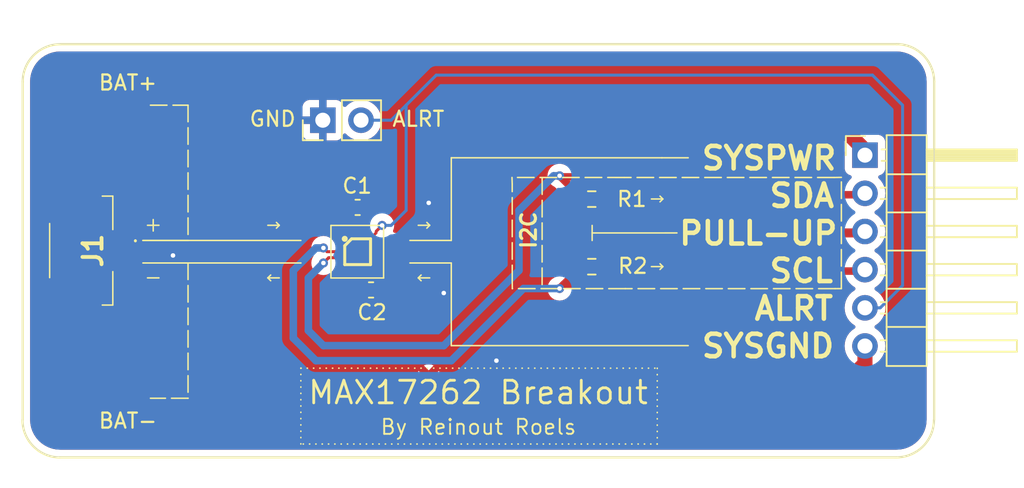
<source format=kicad_pcb>
(kicad_pcb (version 20240108) (generator "pcbnew") (generator_version "8.0")
  (layers (0 "F.Cu" signal) (31 "B.Cu" signal) (34 "B.Paste" user) (35 "F.Paste" user) (36 "B.SilkS" user "B.Silkscreen") (37 "F.SilkS" user "F.Silkscreen") (38 "B.Mask" user) (39 "F.Mask" user) (44 "Edge.Cuts" user))
  (net 0 "")
  (net 1 "SDA")
  (net 2 "SCL")
  (net 3 "GND")
  (net 4 "Net-(IC1-BATT)")
  (net 5 "Net-(IC1-REG)")
  (net 6 "Net-(IC1-SYS)")
  (net 7 "ALRT")
  (net 8 "unconnected-(IC1-NC-PadA3)")
  (net 9 "Net-(J5-3.3v)")
  (net 10 "Net-(J1-BAT-)")
  (footprint "BGA9C40P3X3_153X153X69:BGA9C40P3X3_153X153X69" (layer "F.Cu") (at 82.275 90.75)
    (property "Reference" "IC1" (hide yes))
    (property "Value" "MAX17262HEWL+T" (hide yes))
    (fp_line (start -0.858 -0.4) (end -0.4 -0.858) (stroke (width 0.2)) (layer "F.SilkS"))
    (fp_line (start -0.858 0.858) (end -0.858 -0.4) (stroke (width 0.2)) (layer "F.SilkS"))
    (fp_line (start -0.4 -0.858) (end 0.858 -0.858) (stroke (width 0.2)) (layer "F.SilkS"))
    (fp_line (start 0.858 -0.858) (end 0.858 0.858) (stroke (width 0.2)) (layer "F.SilkS"))
    (fp_line (start 0.858 0.858) (end -0.858 0.858) (stroke (width 0.2)) (layer "F.SilkS"))
    (fp_circle (center -0.858 -0.858) (end -0.858 -0.758) (stroke (width 0.2)) (fill none) (layer "F.SilkS"))
    (pad "A1" smd circle (at -0.4 -0.4 90) (size 0.216 0.216) (layers "F.Cu" "F.Paste" "F.Mask") (net 4 "Net-(IC1-BATT)") (clearance 0.01))
    (pad "A2" smd circle (at 0 -0.4 90) (size 0.216 0.216) (layers "F.Cu" "F.Paste" "F.Mask") (net 4 "Net-(IC1-BATT)") (clearance 0.01))
    (pad "A3" smd circle (at 0.4 -0.4 90) (size 0.216 0.216) (layers "F.Cu" "F.Paste" "F.Mask") (net 8 "unconnected-(IC1-NC-PadA3)") (clearance 0.01))
    (pad "B1" smd circle (at -0.4 0 90) (size 0.216 0.216) (layers "F.Cu" "F.Paste" "F.Mask") (net 2 "SCL") (clearance 0.01))
    (pad "B2" smd circle (at 0 0 90) (size 0.216 0.216) (layers "F.Cu" "F.Paste" "F.Mask") (net 8 "unconnected-(IC1-NC-PadA3)") (clearance 0.01))
    (pad "B3" smd circle (at 0.4 0 90) (size 0.216 0.216) (layers "F.Cu" "F.Paste" "F.Mask") (net 6 "Net-(IC1-SYS)") (clearance 0.01))
    (pad "C1" smd circle (at -0.4 0.4 90) (size 0.216 0.216) (layers "F.Cu" "F.Paste" "F.Mask") (net 1 "SDA") (clearance 0.01))
    (pad "C2" smd circle (at 0 0.4 90) (size 0.216 0.216) (layers "F.Cu" "F.Paste" "F.Mask") (net 5 "Net-(IC1-REG)") (clearance 0.01))
    (pad "C3" smd circle (at 0.4 0.4 90) (size 0.216 0.216) (layers "F.Cu" "F.Paste" "F.Mask") (net 3 "GND") (clearance 0.01))
  )
  (footprint "Connector_PinHeader_2.54mm:PinHeader_1x02_P2.54mm_Vertical" (layer "F.Cu") (at 79.96 82 90)
    (property "Reference" "J4" (hide yes))
    (property "Value" "Conn_01x02" (hide yes))
    (fp_line (start -1.33 -1.33) (end 0 -1.33) (stroke (width 0.12)) (layer "F.SilkS"))
    (fp_line (start -1.33 0) (end -1.33 -1.33) (stroke (width 0.12)) (layer "F.SilkS"))
    (fp_line (start 1.33 1.27) (end 1.33 3.87) (stroke (width 0.12)) (layer "F.SilkS"))
    (fp_line (start -1.33 1.27) (end 1.33 1.27) (stroke (width 0.12)) (layer "F.SilkS"))
    (fp_line (start -1.33 1.27) (end -1.33 3.87) (stroke (width 0.12)) (layer "F.SilkS"))
    (fp_line (start -1.33 3.87) (end 1.33 3.87) (stroke (width 0.12)) (layer "F.SilkS"))
    (pad "1" thru_hole rect (at 0 0 90) (size 1.7 1.7) (drill 1) (layers "*.Cu" "*.Mask") (net 3 "GND"))
    (pad "2" thru_hole oval (at 0 2.54 90) (size 1.7 1.7) (drill 1) (layers "*.Cu" "*.Mask") (net 7 "ALRT"))
  )
  (footprint "Connector_Wire:SolderWirePad_1x01_SMD_1x2mm" (layer "F.Cu") (at 66.5 100.5 90)
    (property "Reference" "J3" (hide yes))
    (property "Value" "BAT-" (at -1.5 0.5 180) (layer "F.SilkS"))
    (pad "1" smd roundrect (at 0 0 90) (size 1 2) (layers "F.Cu" "F.Paste" "F.Mask") (net 10 "Net-(J1-BAT-)"))
  )
  (footprint "Resistor_SMD:R_0603_1608Metric_Pad0.98x0.95mm_HandSolder" (layer "F.Cu") (at 97.8375 87.25)
    (property "Reference" "R1" (at 2.6625 0 0) (layer "F.SilkS"))
    (property "Value" "4.7k" (hide yes))
    (fp_line (start -0.254724 -0.5225) (end 0.254724 -0.5225) (stroke (width 0.12)) (layer "F.SilkS"))
    (fp_line (start -0.254724 0.5225) (end 0.254724 0.5225) (stroke (width 0.12)) (layer "F.SilkS"))
    (pad "1" smd roundrect (at -0.9125 0) (size 0.975 0.95) (layers "F.Cu" "F.Paste" "F.Mask") (net 1 "SDA"))
    (pad "2" smd roundrect (at 0.9125 0) (size 0.975 0.95) (layers "F.Cu" "F.Paste" "F.Mask") (net 9 "Net-(J5-3.3v)"))
  )
  (footprint "Capacitor_SMD:C_0603_1608Metric_Pad1.08x0.95mm_HandSolder" (layer "F.Cu") (at 82.275 87.8)
    (property "Reference" "C1" (at -0.035277 -1.431788 0) (layer "F.SilkS"))
    (property "Value" "0.1uF")
    (fp_line (start -0.146267 -0.51) (end 0.146267 -0.51) (stroke (width 0.12)) (layer "F.SilkS"))
    (fp_line (start -0.146267 0.51) (end 0.146267 0.51) (stroke (width 0.12)) (layer "F.SilkS"))
    (pad "1" smd roundrect (at -0.8625 0) (size 1.075 0.95) (layers "F.Cu" "F.Paste" "F.Mask") (net 4 "Net-(IC1-BATT)"))
    (pad "2" smd roundrect (at 0.8625 0) (size 1.075 0.95) (layers "F.Cu" "F.Paste" "F.Mask") (net 3 "GND"))
  )
  (footprint "Connector_Wire:SolderWirePad_1x01_SMD_1x2mm" (layer "F.Cu") (at 66.5 81 90)
    (property "Reference" "J2" (hide yes))
    (property "Value" "BAT+" (at 1.5 0.5 180) (layer "F.SilkS"))
    (pad "1" smd roundrect (at 0 0 90) (size 1 2) (layers "F.Cu" "F.Paste" "F.Mask") (net 4 "Net-(IC1-BATT)"))
  )
  (footprint "53261-0271:532610271" (layer "F.Cu") (at 64.1 90.675 90)
    (property "Reference" "J1" (at 0 0.575 90) (layer "F.SilkS") (effects (font (size 1.27 1.27) (thickness 0.254))))
    (property "Value" "Conn_01x02" (hide yes))
    (fp_line (start 1.8 -2.3) (end -1.8 -2.3) (stroke (width 0.1)) (layer "F.SilkS"))
    (fp_line (start 3.625 1.2) (end 3.625 1.9) (stroke (width 0.1)) (layer "F.SilkS"))
    (fp_line (start 3.625 1.9) (end 1.4 1.9) (stroke (width 0.1)) (layer "F.SilkS"))
    (fp_line (start -1.4 1.9) (end -3.625 1.9) (stroke (width 0.1)) (layer "F.SilkS"))
    (fp_line (start -3.625 1.9) (end -3.625 1.2) (stroke (width 0.1)) (layer "F.SilkS"))
    (fp_line (start 0.7 3.4) (end 0.7 3.4) (stroke (width 0.1)) (layer "F.SilkS"))
    (fp_line (start 0.6 3.4) (end 0.6 3.4) (stroke (width 0.1)) (layer "F.SilkS"))
    (fp_arc (start 0.7 3.4) (mid 0.65 3.45) (end 0.6 3.4) (stroke (width 0.1)) (layer "F.SilkS"))
    (fp_arc (start 0.6 3.4) (mid 0.65 3.35) (end 0.7 3.4) (stroke (width 0.1)) (layer "F.SilkS"))
    (pad "1" smd rect (at 0.625 2.3 90) (size 0.8 1.6) (layers "F.Cu" "F.Paste" "F.Mask") (net 4 "Net-(IC1-BATT)"))
    (pad "2" smd rect (at -0.625 2.3 90) (size 0.8 1.6) (layers "F.Cu" "F.Paste" "F.Mask") (net 10 "Net-(J1-BAT-)"))
    (pad "MP1" smd rect (at 3.175 -0.6 90) (size 2.1 3) (layers "F.Cu" "F.Paste" "F.Mask"))
    (pad "MP2" smd rect (at -3.175 -0.6 90) (size 2.1 3) (layers "F.Cu" "F.Paste" "F.Mask"))
  )
  (footprint "Connector_PinHeader_2.54mm:PinHeader_1x06_P2.54mm_Horizontal" (layer "F.Cu") (at 116 84.325)
    (property "Reference" "J5" (hide yes))
    (property "Value" "Conn_01x06" (hide yes))
    (fp_line (start -1.27 -1.27) (end 0 -1.27) (stroke (width 0.12)) (layer "F.SilkS"))
    (fp_line (start -1.27 0) (end -1.27 -1.27) (stroke (width 0.12)) (layer "F.SilkS"))
    (fp_line (start 1.042929 2.16) (end 1.44 2.16) (stroke (width 0.12)) (layer "F.SilkS"))
    (fp_line (start 1.042929 2.92) (end 1.44 2.92) (stroke (width 0.12)) (layer "F.SilkS"))
    (fp_line (start 1.042929 4.7) (end 1.44 4.7) (stroke (width 0.12)) (layer "F.SilkS"))
    (fp_line (start 1.042929 5.46) (end 1.44 5.46) (stroke (width 0.12)) (layer "F.SilkS"))
    (fp_line (start 1.042929 7.24) (end 1.44 7.24) (stroke (width 0.12)) (layer "F.SilkS"))
    (fp_line (start 1.042929 8) (end 1.44 8) (stroke (width 0.12)) (layer "F.SilkS"))
    (fp_line (start 1.042929 9.78) (end 1.44 9.78) (stroke (width 0.12)) (layer "F.SilkS"))
    (fp_line (start 1.042929 10.54) (end 1.44 10.54) (stroke (width 0.12)) (layer "F.SilkS"))
    (fp_line (start 1.042929 12.32) (end 1.44 12.32) (stroke (width 0.12)) (layer "F.SilkS"))
    (fp_line (start 1.042929 13.08) (end 1.44 13.08) (stroke (width 0.12)) (layer "F.SilkS"))
    (fp_line (start 1.11 -0.38) (end 1.44 -0.38) (stroke (width 0.12)) (layer "F.SilkS"))
    (fp_line (start 1.11 0.38) (end 1.44 0.38) (stroke (width 0.12)) (layer "F.SilkS"))
    (fp_line (start 1.44 -1.33) (end 1.44 14.03) (stroke (width 0.12)) (layer "F.SilkS"))
    (fp_line (start 1.44 1.27) (end 4.1 1.27) (stroke (width 0.12)) (layer "F.SilkS"))
    (fp_line (start 1.44 3.81) (end 4.1 3.81) (stroke (width 0.12)) (layer "F.SilkS"))
    (fp_line (start 1.44 6.35) (end 4.1 6.35) (stroke (width 0.12)) (layer "F.SilkS"))
    (fp_line (start 1.44 8.89) (end 4.1 8.89) (stroke (width 0.12)) (layer "F.SilkS"))
    (fp_line (start 1.44 11.43) (end 4.1 11.43) (stroke (width 0.12)) (layer "F.SilkS"))
    (fp_line (start 1.44 14.03) (end 4.1 14.03) (stroke (width 0.12)) (layer "F.SilkS"))
    (fp_line (start 4.1 -1.33) (end 1.44 -1.33) (stroke (width 0.12)) (layer "F.SilkS"))
    (fp_line (start 4.1 -0.38) (end 10.1 -0.38) (stroke (width 0.12)) (layer "F.SilkS"))
    (fp_line (start 4.1 -0.32) (end 10.1 -0.32) (stroke (width 0.12)) (layer "F.SilkS"))
    (fp_line (start 4.1 -0.2) (end 10.1 -0.2) (stroke (width 0.12)) (layer "F.SilkS"))
    (fp_line (start 4.1 -0.08) (end 10.1 -0.08) (stroke (width 0.12)) (layer "F.SilkS"))
    (fp_line (start 4.1 0.04) (end 10.1 0.04) (stroke (width 0.12)) (layer "F.SilkS"))
    (fp_line (start 4.1 0.16) (end 10.1 0.16) (stroke (width 0.12)) (layer "F.SilkS"))
    (fp_line (start 4.1 0.28) (end 10.1 0.28) (stroke (width 0.12)) (layer "F.SilkS"))
    (fp_line (start 4.1 2.16) (end 10.1 2.16) (stroke (width 0.12)) (layer "F.SilkS"))
    (fp_line (start 4.1 4.7) (end 10.1 4.7) (stroke (width 0.12)) (layer "F.SilkS"))
    (fp_line (start 4.1 7.24) (end 10.1 7.24) (stroke (width 0.12)) (layer "F.SilkS"))
    (fp_line (start 4.1 9.78) (end 10.1 9.78) (stroke (width 0.12)) (layer "F.SilkS"))
    (fp_line (start 4.1 12.32) (end 10.1 12.32) (stroke (width 0.12)) (layer "F.SilkS"))
    (fp_line (start 4.1 14.03) (end 4.1 -1.33) (stroke (width 0.12)) (layer "F.SilkS"))
    (fp_line (start 10.1 -0.38) (end 10.1 0.38) (stroke (width 0.12)) (layer "F.SilkS"))
    (fp_line (start 10.1 0.38) (end 4.1 0.38) (stroke (width 0.12)) (layer "F.SilkS"))
    (fp_line (start 10.1 2.16) (end 10.1 2.92) (stroke (width 0.12)) (layer "F.SilkS"))
    (fp_line (start 10.1 2.92) (end 4.1 2.92) (stroke (width 0.12)) (layer "F.SilkS"))
    (fp_line (start 10.1 4.7) (end 10.1 5.46) (stroke (width 0.12)) (layer "F.SilkS"))
    (fp_line (start 10.1 5.46) (end 4.1 5.46) (stroke (width 0.12)) (layer "F.SilkS"))
    (fp_line (start 10.1 7.24) (end 10.1 8) (stroke (width 0.12)) (layer "F.SilkS"))
    (fp_line (start 10.1 8) (end 4.1 8) (stroke (width 0.12)) (layer "F.SilkS"))
    (fp_line (start 10.1 9.78) (end 10.1 10.54) (stroke (width 0.12)) (layer "F.SilkS"))
    (fp_line (start 10.1 10.54) (end 4.1 10.54) (stroke (width 0.12)) (layer "F.SilkS"))
    (fp_line (start 10.1 12.32) (end 10.1 13.08) (stroke (width 0.12)) (layer "F.SilkS"))
    (fp_line (start 10.1 13.08) (end 4.1 13.08) (stroke (width 0.12)) (layer "F.SilkS"))
    (pad "1" thru_hole rect (at 0 0) (size 1.7 1.7) (drill 1) (layers "*.Cu" "*.Mask") (net 6 "Net-(IC1-SYS)"))
    (pad "2" thru_hole oval (at 0 2.54) (size 1.7 1.7) (drill 1) (layers "*.Cu" "*.Mask") (net 1 "SDA"))
    (pad "3" thru_hole oval (at 0 5.08) (size 1.7 1.7) (drill 1) (layers "*.Cu" "*.Mask") (net 9 "Net-(J5-3.3v)"))
    (pad "4" thru_hole oval (at 0 7.62) (size 1.7 1.7) (drill 1) (layers "*.Cu" "*.Mask") (net 2 "SCL"))
    (pad "5" thru_hole oval (at 0 10.16) (size 1.7 1.7) (drill 1) (layers "*.Cu" "*.Mask") (net 7 "ALRT"))
    (pad "6" thru_hole oval (at 0 12.7) (size 1.7 1.7) (drill 1) (layers "*.Cu" "*.Mask") (net 10 "Net-(J1-BAT-)"))
  )
  (footprint "NetTie:NetTie-2_SMD_Pad0.5mm" (layer "F.Cu") (at 87 99.5 -90)
    (property "Reference" "NT1" (hide yes))
    (property "Value" "NetTie_2" (hide yes))
    (fp_poly (pts (xy -0.5 -0.25) (xy 0.5 -0.25) (xy 0.5 0.25) (xy -0.5 0.25)) (fill solid) (layer "F.Cu"))
    (pad "1" smd circle (at -0.5 0 270) (size 0.5 0.5) (layers "F.Cu") (net 3 "GND"))
    (pad "2" smd circle (at 0.5 0 270) (size 0.5 0.5) (layers "F.Cu") (net 10 "Net-(J1-BAT-)"))
  )
  (footprint "Resistor_SMD:R_0603_1608Metric_Pad0.98x0.95mm_HandSolder" (layer "F.Cu") (at 97.840742 91.746195 180)
    (property "Reference" "R2" (at -2.721827 0.046013 0) (layer "F.SilkS"))
    (property "Value" "4.7k" (hide yes))
    (fp_line (start -0.254724 0.5225) (end 0.254724 0.5225) (stroke (width 0.12)) (layer "F.SilkS"))
    (fp_line (start -0.254724 -0.5225) (end 0.254724 -0.5225) (stroke (width 0.12)) (layer "F.SilkS"))
    (pad "1" smd roundrect (at -0.9125 0 180) (size 0.975 0.95) (layers "F.Cu" "F.Paste" "F.Mask") (net 9 "Net-(J5-3.3v)"))
    (pad "2" smd roundrect (at 0.9125 0 180) (size 0.975 0.95) (layers "F.Cu" "F.Paste" "F.Mask") (net 2 "SCL"))
  )
  (footprint "Capacitor_SMD:C_0603_1608Metric_Pad1.08x0.95mm_HandSolder" (layer "F.Cu") (at 83.167113 93.293801 180)
    (property "Reference" "C2" (at -0.064139 -1.490013 0) (layer "F.SilkS"))
    (property "Value" "0.47uF")
    (fp_line (start -0.146267 0.51) (end 0.146267 0.51) (stroke (width 0.12)) (layer "F.SilkS"))
    (fp_line (start -0.146267 -0.51) (end 0.146267 -0.51) (stroke (width 0.12)) (layer "F.SilkS"))
    (pad "1" smd roundrect (at -0.8625 0 180) (size 1.075 0.95) (layers "F.Cu" "F.Paste" "F.Mask") (net 3 "GND"))
    (pad "2" smd roundrect (at 0.8625 0 180) (size 1.075 0.95) (layers "F.Cu" "F.Paste" "F.Mask") (net 5 "Net-(IC1-REG)"))
  )
  (gr_poly (pts (xy 81.123684 89.267935) (xy 82.170542 90.247376) (xy 82.377428 90.295154) (xy 82.522019 89.808065) (xy 81.907609 88.878603) (xy 81.125438 89.269689)) (stroke (width 0.01)) (fill solid) (layer "F.Cu") (net 4))
  (gr_poly (pts (xy 82.85318 90.598754) (xy 83.730871 90.07931) (xy 83.938968 90.991842) (xy 82.75599 90.853986) (xy 82.697992 90.647994)) (stroke (width 0.01)) (fill solid) (layer "F.Cu") (net 6))
  (gr_line (start 114.432124 85.802517) (end 113.949767 85.81068) (stroke (width 0.1)) (layer "F.SilkS"))
  (gr_line (start 92.551674 92.75) (end 92.549955 86.25) (stroke (width 0.1) (type dash)) (layer "F.SilkS"))
  (gr_line (start 71 91.5) (end 71 100.5) (stroke (width 0.1) (type dash)) (layer "F.SilkS"))
  (gr_line (start 88.5 97) (end 88.5 91.5) (stroke (width 0.1)) (layer "F.SilkS"))
  (gr_line (start 100.068335 93.207611) (end 92.558416 93.206149) (stroke (width 0.1) (type dash)) (layer "F.SilkS"))
  (gr_line (start 88.5 84.5) (end 102.5 84.5) (stroke (width 0.1)) (layer "F.SilkS"))
  (gr_rect (start 80.5 89) (end 84 89) (stroke (width 0.1)) (fill none) (layer "F.SilkS"))
  (gr_line (start 114.430122 93.207109) (end 114.432061 85.802517) (stroke (width 0.1) (type dash)) (layer "F.SilkS"))
  (gr_line (start 102.5 84.5) (end 104.25 84.5) (stroke (width 0.1)) (layer "F.SilkS"))
  (gr_line (start 71 100.5) (end 68.5 100.5) (stroke (width 0.1) (type dash)) (layer "F.SilkS"))
  (gr_line (start 97.863592 89.502033) (end 97.863592 90.002033) (stroke (width 0.1)) (layer "F.SilkS"))
  (gr_line (start 114.018102 93.207611) (end 100.068335 93.207611) (stroke (width 0.1) (type dash)) (layer "F.SilkS"))
  (gr_line (start 62.46743 104.435058) (end 118.06743 104.435058) (stroke (width 0.15)) (layer "F.SilkS"))
  (gr_line (start 103.5 89.5) (end 97.863592 89.502033) (stroke (width 0.1)) (layer "F.SilkS"))
  (gr_rect (start 78.5 98.5) (end 102.19197 103.547436) (stroke (width 0.1) (type dot)) (fill none) (layer "F.SilkS"))
  (gr_rect (start 84 89) (end 84 92.5) (stroke (width 0.1)) (fill none) (layer "F.SilkS"))
  (gr_arc (start 62.49458 104.441275) (mid 60.726813 103.709042) (end 59.99458 101.941275) (stroke (width 0.15)) (layer "F.SilkS"))
  (gr_line (start 85.75 90) (end 88.5 90) (stroke (width 0.1)) (layer "F.SilkS"))
  (gr_line (start 92.551674 92.75) (end 92.558416 93.206149) (stroke (width 0.1)) (layer "F.SilkS"))
  (gr_line (start 88.5 91.5) (end 85.75 91.5) (stroke (width 0.1)) (layer "F.SilkS"))
  (gr_line (start 94.540164 85.834018) (end 94.536599 93.128538) (stroke (width 0.1) (type dash)) (layer "F.SilkS"))
  (gr_line (start 68 91.5) (end 78.5 91.5) (stroke (width 0.1)) (layer "F.SilkS"))
  (gr_rect (start 80.5 92.5) (end 84 92.5) (stroke (width 0.1)) (fill none) (layer "F.SilkS"))
  (gr_line (start 104.25 97) (end 88.5 97) (stroke (width 0.1)) (layer "F.SilkS"))
  (gr_arc (start 120.588022 101.936926) (mid 119.855789 103.704693) (end 118.088022 104.436926) (stroke (width 0.15)) (layer "F.SilkS"))
  (gr_line (start 92.53604 85.808993) (end 92.549955 86.25) (stroke (width 0.1)) (layer "F.SilkS"))
  (gr_line (start 120.600868 79.436231) (end 120.600868 101.936231) (stroke (width 0.15)) (layer "F.SilkS"))
  (gr_line (start 114.018102 93.207611) (end 114.430122 93.207109) (stroke (width 0.1)) (layer "F.SilkS"))
  (gr_line (start 68.5 81) (end 71 81) (stroke (width 0.1) (type dash)) (layer "F.SilkS"))
  (gr_line (start 88.5 90) (end 88.5 84.5) (stroke (width 0.1)) (layer "F.SilkS"))
  (gr_line (start 62.544506 76.938865) (end 118.144506 76.938865) (stroke (width 0.15)) (layer "F.SilkS"))
  (gr_arc (start 118.100868 76.936231) (mid 119.868635 77.668464) (end 120.600868 79.436231) (stroke (width 0.15)) (layer "F.SilkS"))
  (gr_line (start 71 90) (end 68 90) (stroke (width 0.1)) (layer "F.SilkS"))
  (gr_line (start 71 81) (end 71 90) (stroke (width 0.1) (type dash)) (layer "F.SilkS"))
  (gr_line (start 97.863592 89.002033) (end 97.863592 89.502033) (stroke (width 0.1)) (layer "F.SilkS"))
  (gr_line (start 60.008294 79.44322) (end 60.008294 101.94322) (stroke (width 0.15)) (layer "F.SilkS"))
  (gr_line (start 68 90) (end 78.5 90) (stroke (width 0.1)) (layer "F.SilkS"))
  (gr_line (start 100 85.81068) (end 92.53604 85.808993) (stroke (width 0.1) (type dash)) (layer "F.SilkS"))
  (gr_line (start 78.5 91.5) (end 71 91.5) (stroke (width 0.1)) (layer "F.SilkS"))
  (gr_arc (start 60.008294 79.44322) (mid 60.740527 77.675453) (end 62.508294 76.94322) (stroke (width 0.15)) (layer "F.SilkS"))
  (gr_line (start 113.949767 85.81068) (end 100 85.81068) (stroke (width 0.1) (type dash)) (layer "F.SilkS"))
  (gr_rect (start 80.5 89) (end 80.5 92.5) (stroke (width 0.1)) (fill none) (layer "F.SilkS"))
  (gr_arc (start 118.1 76.925) (mid 119.867767 77.657233) (end 120.6 79.425) (stroke (width 0.05)) (layer "Edge.Cuts"))
  (gr_line (start 60 101.925) (end 60 79.425) (stroke (width 0.05)) (layer "Edge.Cuts"))
  (gr_arc (start 62.5 104.425) (mid 60.732233 103.692767) (end 60 101.925) (stroke (width 0.05)) (layer "Edge.Cuts"))
  (gr_line (start 118.1 104.425) (end 62.5 104.425) (stroke (width 0.05)) (layer "Edge.Cuts"))
  (gr_line (start 62.5 76.925) (end 118.1 76.925) (stroke (width 0.05)) (layer "Edge.Cuts"))
  (gr_arc (start 120.6 101.925) (mid 119.867767 103.692767) (end 118.1 104.425) (stroke (width 0.05)) (layer "Edge.Cuts"))
  (gr_arc (start 60 79.425) (mid 60.732233 77.657233) (end 62.5 76.925) (stroke (width 0.05)) (layer "Edge.Cuts"))
  (gr_line (start 120.6 79.425) (end 120.6 101.925) (stroke (width 0.05)) (layer "Edge.Cuts"))
  (gr_text "SYSPWR" (at 105 85.405 0) (layer "F.SilkS") (effects (font (size 1.5 1.5) (thickness 0.3) (bold yes)) (justify left bottom)))
  (gr_text "GND\n" (at 75 82.5 0) (layer "F.SilkS") (effects (font (size 1 1)) (justify left bottom)))
  (gr_text "+" (at 68 89.5 0) (layer "F.SilkS") (effects (font (size 1 1) (thickness 0.1)) (justify left bottom)))
  (gr_text "PULL-UP" (at 103.5 90.405 0) (layer "F.SilkS") (effects (font (size 1.5 1.5) (thickness 0.3) (bold yes)) (justify left bottom)))
  (gr_text "←" (at 86 93 0) (layer "F.SilkS") (effects (font (size 1 1) (thickness 0.1)) (justify left bottom)))
  (gr_text "-" (at 68 93 0) (layer "F.SilkS") (effects (font (size 1 1) (thickness 0.1)) (justify left bottom)))
  (gr_text "SCL\n" (at 109.5 92.905 0) (layer "F.SilkS") (effects (font (size 1.5 1.5) (thickness 0.3) (bold yes)) (justify left bottom)))
  (gr_text "By Reinout Roels\n" (at 83.720146 103 0) (layer "F.SilkS") (effects (font (size 1 1) (thickness 0.125)) (justify left bottom)))
  (gr_text "→" (at 76 89.5 0) (layer "F.SilkS") (effects (font (size 1 1) (thickness 0.1)) (justify left bottom)))
  (gr_text "ALRT\n" (at 108.5 95.405 0) (layer "F.SilkS") (effects (font (size 1.5 1.5) (thickness 0.3) (bold yes)) (justify left bottom)))
  (gr_text "I2C\n" (at 94.228393 90.661955 90) (layer "F.SilkS") (effects (font (size 1 1) (thickness 0.2) (bold yes)) (justify left bottom)))
  (gr_text "→" (at 101.5 92.25 0) (layer "F.SilkS") (effects (font (size 1 1) (thickness 0.1)) (justify left bottom)))
  (gr_text "SDA" (at 109.5 87.905 0) (layer "F.SilkS") (effects (font (size 1.5 1.5) (thickness 0.3) (bold yes)) (justify left bottom)))
  (gr_text "→" (at 86 89.5 0) (layer "F.SilkS") (effects (font (size 1 1) (thickness 0.1)) (justify left bottom)))
  (gr_text "SYSGND\n" (at 105 97.905 0) (layer "F.SilkS") (effects (font (size 1.5 1.5) (thickness 0.3) (bold yes)) (justify left bottom)))
  (gr_text "ALRT" (at 84.5 82.5 0) (layer "F.SilkS") (effects (font (size 1 1)) (justify left bottom)))
  (gr_text "→" (at 101.5 87.75 0) (layer "F.SilkS") (effects (font (size 1 1) (thickness 0.1)) (justify left bottom)))
  (gr_text "MAX17262 Breakout" (at 78.874604 101 0) (layer "F.SilkS") (effects (font (size 1.5 1.5) (thickness 0.1875)) (justify left bottom)))
  (gr_text "←" (at 76 93 0) (layer "F.SilkS") (effects (font (size 1 1) (thickness 0.1)) (justify left bottom)))
  (segment (start 97 85.77) (end 95.77 85.77) (width 0.5) (layer "F.Cu") (net 1))
  (segment (start 96.925 86.925) (end 96.925 87.25) (width 0.2) (layer "F.Cu") (net 1))
  (segment (start 101.365 86.96) (end 100.175 85.77) (width 0.5) (layer "F.Cu") (net 1))
  (segment (start 95.77 85.77) (end 95.7 85.7) (width 0.2) (layer "F.Cu") (net 1))
  (segment (start 81.875 91.15) (end 80.35 91.15) (width 0.2) (layer "F.Cu") (net 1))
  (segment (start 100.175 85.77) (end 97 85.77) (width 0.5) (layer "F.Cu") (net 1))
  (segment (start 116 86.96) (end 101.365 86.96) (width 0.5) (layer "F.Cu") (net 1))
  (segment (start 80.35 91.15) (end 80 91.5) (width 0.2) (layer "F.Cu") (net 1))
  (segment (start 95.7 85.7) (end 96.925 86.925) (width 0.5) (layer "F.Cu") (net 1))
  (via (at 95.7 85.7) (size 0.6) (drill 0.3) (layers "F.Cu" "B.Cu") (net 1))
  (via (at 80 91.5) (size 0.6) (drill 0.3) (layers "F.Cu" "B.Cu") (net 1))
  (segment (start 93 92) (end 93 88) (width 0.5) (layer "B.Cu") (net 1))
  (segment (start 95.3 85.7) (end 95.7 85.7) (width 0.5) (layer "B.Cu") (net 1))
  (segment (start 80 91.5) (end 79 92.5) (width 0.5) (layer "B.Cu") (net 1))
  (segment (start 80 97) (end 88 97) (width 0.5) (layer "B.Cu") (net 1))
  (segment (start 88 97) (end 93 92) (width 0.5) (layer "B.Cu") (net 1))
  (segment (start 79 96) (end 80 97) (width 0.5) (layer "B.Cu") (net 1))
  (segment (start 93 88) (end 95.3 85.7) (width 0.5) (layer "B.Cu") (net 1))
  (segment (start 79 92.5) (end 79 96) (width 0.5) (layer "B.Cu") (net 1))
  (segment (start 81.875 90.75) (end 80.25 90.75) (width 0.2) (layer "F.Cu") (net 2))
  (segment (start 100.37 92.92) (end 97 92.92) (width 0.5) (layer "F.Cu") (net 2))
  (segment (start 96.928242 91.971758) (end 96.928242 91.746195) (width 0.5) (layer "F.Cu") (net 2))
  (segment (start 80.25 90.75) (end 80 90.5) (width 0.2) (layer "F.Cu") (net 2))
  (segment (start 101.25 92.04) (end 100.37 92.92) (width 0.5) (layer "F.Cu") (net 2))
  (segment (start 95.7 93.2) (end 96.928242 91.971758) (width 0.5) (layer "F.Cu") (net 2))
  (segment (start 95.98 92.92) (end 95.7 93.2) (width 0.5) (layer "F.Cu") (net 2))
  (segment (start 97 92.92) (end 95.98 92.92) (width 0.5) (layer "F.Cu") (net 2))
  (segment (start 116 92.04) (end 101.25 92.04) (width 0.5) (layer "F.Cu") (net 2))
  (via (at 95.7 93.2) (size 0.6) (drill 0.3) (layers "F.Cu" "B.Cu") (net 2))
  (via (at 80 90.5) (size 0.6) (drill 0.3) (layers "F.Cu" "B.Cu") (net 2))
  (segment (start 88.5 98) (end 93.3 93.2) (width 0.5) (layer "B.Cu") (net 2))
  (segment (start 80 90.5) (end 79.5 90.5) (width 0.5) (layer "B.Cu") (net 2))
  (segment (start 78 96.5) (end 79.5 98) (width 0.5) (layer "B.Cu") (net 2))
  (segment (start 95.7 93.2) (end 93.3 93.2) (width 0.5) (layer "B.Cu") (net 2))
  (segment (start 78 92) (end 78 96.5) (width 0.5) (layer "B.Cu") (net 2))
  (segment (start 79.5 90.5) (end 78 92) (width 0.5) (layer "B.Cu") (net 2))
  (segment (start 79.5 98) (end 88.5 98) (width 0.5) (layer "B.Cu") (net 2))
  (segment (start 84.04361 92.51861) (end 84.04361 93.536572) (width 0.2) (layer "F.Cu") (net 3))
  (segment (start 82.675 91.15) (end 84.04361 92.51861) (width 0.2) (layer "F.Cu") (net 3))
  (via (at 87 87.5) (size 0.6) (drill 0.3) (layers "F.Cu" "B.Cu") (net 3))
  (via (at 88 93.5) (size 0.6) (drill 0.3) (layers "F.Cu" "B.Cu") (net 3))
  (via (at 91.5 98) (size 0.6) (drill 0.3) (layers "F.Cu" "B.Cu") (net 3))
  (via (at 70 91) (size 0.6) (drill 0.3) (layers "F.Cu" "B.Cu") (net 3))
  (segment (start 82.275 90.35) (end 82.275 89.775) (width 0.22) (layer "F.Cu") (net 4))
  (segment (start 69.5 86.85) (end 70.45 87.8) (width 1) (layer "F.Cu") (net 4))
  (segment (start 68.675 87.675) (end 70.325 87.675) (width 1) (layer "F.Cu") (net 4))
  (segment (start 70.45 87.8) (end 81.4125 87.8) (width 1) (layer "F.Cu") (net 4))
  (segment (start 67 89.35) (end 66.4 89.95) (width 1) (layer "F.Cu") (net 4))
  (segment (start 67.05 89.35) (end 67 89.35) (width 0.8) (layer "F.Cu") (net 4))
  (segment (start 66.5 81) (end 69.5 81) (width 1) (layer "F.Cu") (net 4))
  (segment (start 68.425 87.925) (end 68.675 87.675) (width 1) (layer "F.Cu") (net 4))
  (segment (start 67 89.35) (end 68.425 87.925) (width 1) (layer "F.Cu") (net 4))
  (segment (start 81.4125 88.8625) (end 81.4125 87.8) (width 1) (layer "F.Cu") (net 4))
  (segment (start 82.275 89.775) (end 81.4125 88.9125) (width 0.2) (layer "F.Cu") (net 4))
  (segment (start 70.325 87.675) (end 70.45 87.8) (width 1) (layer "F.Cu") (net 4))
  (segment (start 69.5 81) (end 69.5 86) (width 1) (layer "F.Cu") (net 4))
  (segment (start 81.4125 88.9125) (end 81.4125 88.8625) (width 0.2) (layer "F.Cu") (net 4))
  (segment (start 81.875 90.35) (end 82.275 90.35) (width 0.2) (layer "F.Cu") (net 4))
  (segment (start 68.425 87.925) (end 69.5 86.85) (width 1) (layer "F.Cu") (net 4))
  (segment (start 69.5 86.85) (end 69.5 86) (width 1) (layer "F.Cu") (net 4))
  (segment (start 82.275 93.492962) (end 82.31861 93.536572) (width 0.127) (layer "F.Cu") (net 5))
  (segment (start 82.275 91.15) (end 82.275 93.492962) (width 0.2) (layer "F.Cu") (net 5))
  (segment (start 94 81.5) (end 90 85.5) (width 1) (layer "F.Cu") (net 6))
  (segment (start 83.25 90.75) (end 83.5 90.5) (width 0.127) (layer "F.Cu") (net 6))
  (segment (start 116 84) (end 114 82) (width 1) (layer "F.Cu") (net 6))
  (segment (start 90 85.5) (end 90 89.5) (width 1) (layer "F.Cu") (net 6))
  (segment (start 105.5 81.5) (end 94 81.5) (width 1) (layer "F.Cu") (net 6))
  (segment (start 114 82) (end 113.5 81.5) (width 1) (layer "F.Cu") (net 6))
  (segment (start 84.5 90.5) (end 84 90.5) (width 1) (layer "F.Cu") (net 6))
  (segment (start 82.675 90.75) (end 83.25 90.75) (width 0.22) (layer "F.Cu") (net 6))
  (segment (start 89 90.5) (end 85.5 90.5) (width 1) (layer "F.Cu") (net 6))
  (segment (start 113.5 81.5) (end 105.5 81.5) (width 1) (layer "F.Cu") (net 6))
  (segment (start 85.5 90.5) (end 84.5 90.5) (width 1) (layer "F.Cu") (net 6))
  (segment (start 116 84.325) (end 116 84) (width 0.127) (layer "F.Cu") (net 6))
  (segment (start 90 89.5) (end 89 90.5) (width 1) (layer "F.Cu") (net 6))
  (segment (start 83.9 89) (end 83.525772 89.374228) (width 0.2) (layer "F.Cu") (net 7))
  (via (at 83.9 89) (size 0.6) (drill 0.3) (layers "F.Cu" "B.Cu") (net 7))
  (segment (start 85.5 81) (end 87.5 79) (width 0.2) (layer "B.Cu") (net 7))
  (segment (start 84.5 89) (end 85.5 88) (width 0.2) (layer "B.Cu") (net 7))
  (segment (start 83.9 89) (end 84.5 89) (width 0.2) (layer "B.Cu") (net 7))
  (segment (start 116.5 79) (end 118.5 81) (width 0.2) (layer "B.Cu") (net 7))
  (segment (start 85.5 88) (end 85.5 81) (width 0.2) (layer "B.Cu") (net 7))
  (segment (start 118.5 81) (end 118.5 93) (width 0.2) (layer "B.Cu") (net 7))
  (segment (start 118.5 93) (end 117.015 94.485) (width 0.2) (layer "B.Cu") (net 7))
  (segment (start 117.015 94.485) (end 116 94.485) (width 0.2) (layer "B.Cu") (net 7))
  (segment (start 82.5 82) (end 84.5 82) (width 0.2) (layer "B.Cu") (net 7))
  (segment (start 87.5 79) (end 116.5 79) (width 0.2) (layer "B.Cu") (net 7))
  (segment (start 84.5 82) (end 85.5 81) (width 0.2) (layer "B.Cu") (net 7))
  (segment (start 82.275 90.75) (end 82.275 90.757786) (width 0.05) (layer "F.Cu") (net 8))
  (segment (start 83.3 89.7) (end 83.5 89.5) (width 0.18) (layer "F.Cu") (net 8))
  (segment (start 82.675 90.325) (end 83.3 89.7) (width 0.18) (layer "F.Cu") (net 8))
  (segment (start 82.675 90.35) (end 82.675 90.325) (width 0.05) (layer "F.Cu") (net 8))
  (segment (start 82.674134 90.350866) (end 82.674735 90.350866) (width 0.05) (layer "F.Cu") (net 8))
  (segment (start 82.275 90.75) (end 82.674134 90.350866) (width 0.05) (layer "F.Cu") (net 8))
  (segment (start 83.5 89.5) (end 83.5 89.4) (width 0.18) (layer "F.Cu") (net 8))
  (segment (start 98.75 91.675) (end 98.825 91.75) (width 0.2) (layer "F.Cu") (net 9))
  (segment (start 98.75 89.5) (end 98.75 91.675) (width 0.5) (layer "F.Cu") (net 9))
  (segment (start 98.75 87.25) (end 98.75 89.5) (width 0.5) (layer "F.Cu") (net 9))
  (segment (start 116 89.5) (end 98.75 89.5) (width 0.6) (layer "F.Cu") (net 9))
  (segment (start 66.4 91.3) (end 66.4 91.4) (width 0.2) (layer "F.Cu") (net 10))
  (segment (start 67.5 92.5) (end 66.4 91.4) (width 1) (layer "F.Cu") (net 10))
  (segment (start 113.7 100.5) (end 116 98.2) (width 1) (layer "F.Cu") (net 10))
  (segment (start 69.5 100.5) (end 113.7 100.5) (width 1) (layer "F.Cu") (net 10))
  (segment (start 116 98.2) (end 116 97.025) (width 1) (layer "F.Cu") (net 10))
  (segment (start 69.5 100.5) (end 69.5 94.5) (width 1) (layer "F.Cu") (net 10))
  (segment (start 67 92) (end 66.4 91.4) (width 0.8) (layer "F.Cu") (net 10))
  (segment (start 67 92) (end 67.5 92.5) (width 1) (layer "F.Cu") (net 10))
  (segment (start 66.5 100.5) (end 69.5 100.5) (width 1) (layer "F.Cu") (net 10))
  (segment (start 69.5 94.5) (end 67.5 92.5) (width 1) (layer "F.Cu") (net 10))
  (zone (net 3) (net_name "GND") (layer "F.Cu") (connect_pads (clearance 0.5)) (min_thickness 0.25) (fill yes (thermal_gap 0.5) (thermal_bridge_width 0.5))
    (polygon (pts (xy 59.5 75) (xy 121 75) (xy 121 106) (xy 59.5 106)))
  )
  (zone (net 3) (net_name "GND") (layer "B.Cu") (priority 1) (connect_pads (clearance 0.5)) (min_thickness 0.25) (fill yes (thermal_gap 0.5) (thermal_bridge_width 0.5))
    (polygon (pts (xy 58.5 74) (xy 122.5 74) (xy 123 106) (xy 58.5 106.5)))
  )
)
</source>
